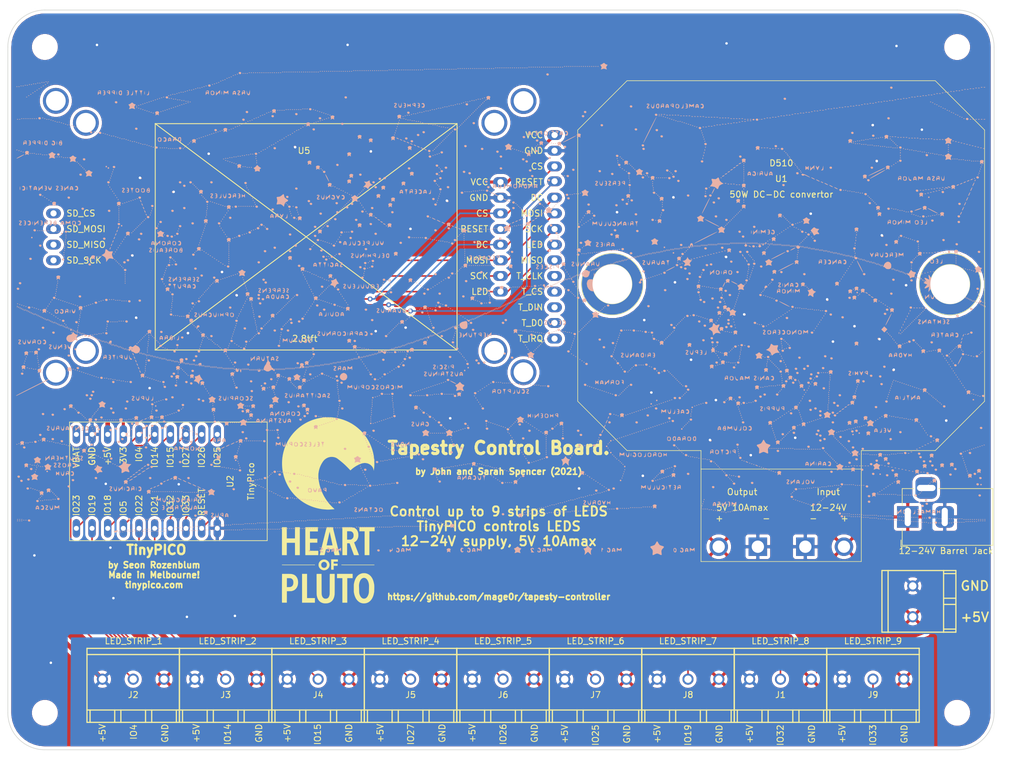
<source format=kicad_pcb>
(kicad_pcb (version 20171130) (host pcbnew "(5.1.10)-1")
  (layers (0 F.Cu signal) (31 B.Cu signal) (34 B.Paste user) (35 F.Paste user) (36 B.SilkS user) (37 F.SilkS user) (38 B.Mask user) (39 F.Mask user) (44 Edge.Cuts user))
  (net 0 "")
  (net 1 /IO21)
  (net 2 /IO22)
  (net 3 +3V3)
  (net 4 GND)
  (net 5 +5V)
  (net 6 /IO5)
  (net 7 /IO25)
  (net 8 /IO26)
  (net 9 /IO27)
  (net 10 /IO15)
  (net 11 /IO14)
  (net 12 /IO4)
  (net 13 /IO18)
  (net 14 /IO19)
  (net 15 /IO23)
  (net 16 "Net-(U2-Pad10)")
  (net 17 +24V)
  (net 18 /RESET)
  (net 19 /DC)
  (net 20 /CS_Disp)
  (net 21 "Net-(U5-Pad18)")
  (net 22 "Net-(U5-Pad17)")
  (net 23 "Net-(U5-Pad16)")
  (net 24 "Net-(U5-Pad15)")
  (net 25 "Net-(U5-Pad14)")
  (net 26 "Net-(U5-Pad13)")
  (net 27 "Net-(U5-Pad12)")
  (net 28 "Net-(U5-Pad11)")
  (net 29 "Net-(U5-Pad10)")
  (net 30 "Net-(U5-Pad9)")
  (module libs:p2035a-dinkle-3-way-5mm (layer F.Cu) (at 69.71 141.64)
    (fp_text reference J2 (at 5 2.54) (layer F.SilkS))
    (fp_text value LED_STRIP_1 (at 5.08 -6.19) (layer F.SilkS))
    (fp_text user GND (at 10.16 7.145 90) (layer F.SilkS) (effects (justify right)))
    (fp_text user IO4 (at 5.08 7.23 90) (layer F.SilkS) (effects (justify right)))
    (fp_text user +5V (at 0 7.145 90) (layer F.SilkS) (effects (justify right)))
    (pad 3 thru_hole circle (at 10 0) (size 1.8 1.8) (drill 1.2) (layers *.Cu *.Mask) (net 4 GND))
    (pad 2 thru_hole circle (at 5 0) (size 1.8 1.8) (drill 1.2) (layers *.Cu *.Mask) (net 12 /IO4))
    (pad 1 thru_hole circle (at 0 0) (size 1.8 1.8) (drill 1.2) (layers *.Cu *.Mask) (net 5 +5V))
  )
  (module libs:p2035a-dinkle-3-way-5mm (layer F.Cu) (at 84.71 141.64)
    (fp_text reference J3 (at 5 2.54) (layer F.SilkS))
    (fp_text value LED_STRIP_2 (at 5.32 -6.19) (layer F.SilkS))
    (fp_text user GND (at 10.4 7.145 90) (layer F.SilkS) (effects (justify right)))
    (fp_text user IO14 (at 5.32 7.145 90) (layer F.SilkS) (effects (justify right)))
    (fp_text user +5V (at 0.24 7.145 90) (layer F.SilkS) (effects (justify right)))
    (pad 3 thru_hole circle (at 10 0) (size 1.8 1.8) (drill 1.2) (layers *.Cu *.Mask) (net 4 GND))
    (pad 2 thru_hole circle (at 5 0) (size 1.8 1.8) (drill 1.2) (layers *.Cu *.Mask) (net 11 /IO14))
    (pad 1 thru_hole circle (at 0 0) (size 1.8 1.8) (drill 1.2) (layers *.Cu *.Mask) (net 5 +5V))
  )
  (module libs:p2035a-dinkle-3-way-5mm (layer F.Cu) (at 99.71 141.64)
    (fp_text reference J4 (at 5 2.54) (layer F.SilkS))
    (fp_text value LED_STRIP_3 (at 5 -6.19) (layer F.SilkS))
    (fp_text user GND (at 10.005 7.145 90) (layer F.SilkS) (effects (justify right)))
    (fp_text user IO15 (at 4.925 7.145 90) (layer F.SilkS) (effects (justify right)))
    (fp_text user +5V (at 0 7.145 270) (layer F.SilkS) (effects (justify right)))
    (pad 3 thru_hole circle (at 10 0) (size 1.8 1.8) (drill 1.2) (layers *.Cu *.Mask) (net 4 GND))
    (pad 2 thru_hole circle (at 5 0) (size 1.8 1.8) (drill 1.2) (layers *.Cu *.Mask) (net 10 /IO15))
    (pad 1 thru_hole circle (at 0 0) (size 1.8 1.8) (drill 1.2) (layers *.Cu *.Mask) (net 5 +5V))
  )
  (module libs:p2035a-dinkle-3-way-5mm (layer F.Cu) (at 114.71 141.64)
    (fp_text reference J5 (at 5 2.54) (layer F.SilkS))
    (fp_text value LED_STRIP_4 (at 5 -6.19) (layer F.SilkS))
    (fp_text user GND (at 10.118 7.145 90) (layer F.SilkS) (effects (justify right)))
    (fp_text user IO27 (at 5.038 7.145 90) (layer F.SilkS) (effects (justify right)))
    (fp_text user +5V (at 0.085 7.145 90) (layer F.SilkS) (effects (justify right)))
    (pad 3 thru_hole circle (at 10 0) (size 1.8 1.8) (drill 1.2) (layers *.Cu *.Mask) (net 4 GND))
    (pad 2 thru_hole circle (at 5 0) (size 1.8 1.8) (drill 1.2) (layers *.Cu *.Mask) (net 9 /IO27))
    (pad 1 thru_hole circle (at 0 0) (size 1.8 1.8) (drill 1.2) (layers *.Cu *.Mask) (net 5 +5V))
  )
  (module libs:p2035a-dinkle-3-way-5mm (layer F.Cu) (at 129.71 141.64)
    (fp_text reference J6 (at 5 2.54) (layer F.SilkS))
    (fp_text value LED_STRIP_5 (at 5 -6.19) (layer F.SilkS))
    (fp_text user GND (at 10.104 7.145 90) (layer F.SilkS) (effects (justify right)))
    (fp_text user IO26 (at 5.024 7.145 90) (layer F.SilkS) (effects (justify right)))
    (fp_text user +5V (at 0 7.145 90) (layer F.SilkS) (effects (justify right)))
    (pad 3 thru_hole circle (at 10 0) (size 1.8 1.8) (drill 1.2) (layers *.Cu *.Mask) (net 4 GND))
    (pad 2 thru_hole circle (at 5 0) (size 1.8 1.8) (drill 1.2) (layers *.Cu *.Mask) (net 8 /IO26))
    (pad 1 thru_hole circle (at 0 0) (size 1.8 1.8) (drill 1.2) (layers *.Cu *.Mask) (net 5 +5V))
  )
  (module libs:p2035a-dinkle-3-way-5mm (layer F.Cu) (at 144.71 141.64)
    (fp_text reference J7 (at 5 2.54) (layer F.SilkS))
    (fp_text value LED_STRIP_6 (at 5.01 -6.19) (layer F.SilkS))
    (fp_text user +5V (at 0 7.272 90) (layer F.SilkS) (effects (justify right)))
    (fp_text user IO25 (at 5.01 7.272 90) (layer F.SilkS) (effects (justify right)))
    (fp_text user GND (at 10.09 7.272 90) (layer F.SilkS) (effects (justify right)))
    (pad 3 thru_hole circle (at 10 0) (size 1.8 1.8) (drill 1.2) (layers *.Cu *.Mask) (net 4 GND))
    (pad 2 thru_hole circle (at 5 0) (size 1.8 1.8) (drill 1.2) (layers *.Cu *.Mask) (net 7 /IO25))
    (pad 1 thru_hole circle (at 0 0) (size 1.8 1.8) (drill 1.2) (layers *.Cu *.Mask) (net 5 +5V))
  )
  (module libs:p2035a-dinkle-3-way-5mm (layer F.Cu) (at 159.71 141.64)
    (fp_text reference J8 (at 5 2.54) (layer F.SilkS))
    (fp_text value LED_STRIP_7 (at 5 -6.19) (layer F.SilkS))
    (fp_text user GND (at 10.076 7.272 90) (layer F.SilkS) (effects (justify right)))
    (fp_text user IO19 (at 4.996 7.272 90) (layer F.SilkS) (effects (justify right)))
    (fp_text user +5V (at 0 7.272 90) (layer F.SilkS) (effects (justify right)))
    (pad 3 thru_hole circle (at 10 0) (size 1.8 1.8) (drill 1.2) (layers *.Cu *.Mask) (net 4 GND))
    (pad 2 thru_hole circle (at 5 0) (size 1.8 1.8) (drill 1.2) (layers *.Cu *.Mask) (net 14 /IO19))
    (pad 1 thru_hole circle (at 0 0) (size 1.8 1.8) (drill 1.2) (layers *.Cu *.Mask) (net 5 +5V))
  )
  (module libs:p2035a-dinkle-3-way-5mm (layer F.Cu) (at 174.71 141.64)
    (fp_text reference J1 (at 5 2.54) (layer F.SilkS))
    (fp_text value LED_STRIP_8 (at 5 -6.19) (layer F.SilkS))
    (fp_text user GND (at 10.076 7.272 90) (layer F.SilkS) (effects (justify right)))
    (fp_text user IO32 (at 4.996 7.272 90) (layer F.SilkS) (effects (justify right)))
    (fp_text user +5V (at 0 7.272 90) (layer F.SilkS) (effects (justify right)))
    (pad 3 thru_hole circle (at 10 0) (size 1.8 1.8) (drill 1.2) (layers *.Cu *.Mask) (net 4 GND))
    (pad 2 thru_hole circle (at 5 0) (size 1.8 1.8) (drill 1.2) (layers *.Cu *.Mask) (net 2 /IO22))
    (pad 1 thru_hole circle (at 0 0) (size 1.8 1.8) (drill 1.2) (layers *.Cu *.Mask) (net 5 +5V))
  )
  (module libs:p2035a-dinkle-3-way-5mm (layer F.Cu) (at 189.72 141.63)
    (fp_text reference J9 (at 5 2.54) (layer F.SilkS))
    (fp_text value LED_STRIP_9 (at 5 -6.18) (layer F.SilkS))
    (fp_text user GND (at 10.076 7.272 90) (layer F.SilkS) (effects (justify right)))
    (fp_text user IO33 (at 4.996 7.272 90) (layer F.SilkS) (effects (justify right)))
    (fp_text user +5V (at 0 7.272 90) (layer F.SilkS) (effects (justify right)))
    (pad 3 thru_hole circle (at 10 0) (size 1.8 1.8) (drill 1.2) (layers *.Cu *.Mask) (net 4 GND))
    (pad 2 thru_hole circle (at 5 0) (size 1.8 1.8) (drill 1.2) (layers *.Cu *.Mask) (net 1 /IO21))
    (pad 1 thru_hole circle (at 0 0) (size 1.8 1.8) (drill 1.2) (layers *.Cu *.Mask) (net 5 +5V))
  )
  (module libs:p2034a-dinkle-2-way-5mm (layer F.Cu) (at 201.17 131.510001 90)
    (fp_text reference J12 hide)
    (fp_text value +5V (at -0.08 7.62 180) (layer F.SilkS) (effects (font (size 1.5 1.5) (thickness 0.25)) (justify left)))
    (fp_text user GND (at 5 7.62) (layer F.SilkS) (effects (font (size 1.5 1.5) (thickness 0.25)) (justify left)))
    (pad 2 thru_hole circle (at 5 0 90) (size 1.8 1.8) (drill 1.2) (layers *.Cu *.Mask) (net 4 GND))
    (pad 1 thru_hole circle (at 0 0 90) (size 1.8 1.8) (drill 1.2) (layers *.Cu *.Mask) (net 5 +5V))
  )
  (module libs:TinyPico (layer F.Cu) (at 88.35 101.93 270)
    (fp_text reference U2 (at 7.62 -2.1 90) (layer F.SilkS))
    (fp_text value TinyPico (at 7.63 -5.47 90) (layer F.SilkS))
    (fp_text user IO23 (at 13.335 22.86 90) (layer F.SilkS) (effects (justify left)))
    (fp_text user IO19 (at 13.335 20.32 90) (layer F.SilkS) (effects (justify left)))
    (fp_text user IO18 (at 13.335 17.78 90) (layer F.SilkS) (effects (justify left)))
    (fp_text user IO5 (at 13.335 15.24 90) (layer F.SilkS) (effects (justify left)))
    (fp_text user IO22 (at 13.335 12.7 90) (layer F.SilkS) (effects (justify left)))
    (fp_text user IO21 (at 13.335 10.16 90) (layer F.SilkS) (effects (justify left)))
    (fp_text user IO32 (at 13.335 7.62 90) (layer F.SilkS) (effects (justify left)))
    (fp_text user IO33 (at 13.335 5.08 90) (layer F.SilkS) (effects (justify left)))
    (fp_text user RESET (at 13.335 2.54 90) (layer F.SilkS) (effects (justify left)))
    (fp_text user GND (at 1.905 20.32 90) (layer F.SilkS) (effects (justify right)))
    (fp_text user VBAT (at 1.905 22.86 90) (layer F.SilkS) (effects (justify right)))
    (fp_text user GND (at 1.905 20.32 90) (layer F.SilkS) (effects (justify right)))
    (fp_text user +5V (at 1.905 17.78 90) (layer F.SilkS) (effects (justify right)))
    (fp_text user +3V3 (at 1.905 15.24 90) (layer F.SilkS) (effects (justify right)))
    (fp_text user IO4 (at 1.905 12.7 90) (layer F.SilkS) (effects (justify right)))
    (fp_text user IO14 (at 1.905 10.16 90) (layer F.SilkS) (effects (justify right)))
    (fp_text user IO15 (at 1.905 7.62 90) (layer F.SilkS) (effects (justify right)))
    (fp_text user IO27 (at 1.905 5.08 90) (layer F.SilkS) (effects (justify right)))
    (fp_text user IO26 (at 1.905 2.54 90) (layer F.SilkS) (effects (justify right)))
    (fp_text user IO25 (at 1.905 0 90) (layer F.SilkS) (effects (justify right)))
    (pad 20 thru_hole oval (at 15.24 0 180) (size 1.2 3) (drill 0.8) (layers *.Cu *.Mask) (net 4 GND))
    (pad 1 thru_hole oval (at 0 0 180) (size 1.2 3) (drill 0.8) (layers *.Cu *.Mask) (net 7 /IO25))
    (pad 19 thru_hole oval (at 15.24 2.54 180) (size 1.2 3) (drill 0.8) (layers *.Cu *.Mask) (net 18 /RESET))
    (pad 2 thru_hole oval (at 0 2.54 180) (size 1.2 3) (drill 0.8) (layers *.Cu *.Mask) (net 8 /IO26))
    (pad 18 thru_hole oval (at 15.24 5.08 180) (size 1.2 3) (drill 0.8) (layers *.Cu *.Mask) (net 19 /DC))
    (pad 3 thru_hole oval (at 0 5.08 180) (size 1.2 3) (drill 0.8) (layers *.Cu *.Mask) (net 9 /IO27))
    (pad 17 thru_hole oval (at 15.24 7.62 180) (size 1.2 3) (drill 0.8) (layers *.Cu *.Mask) (net 20 /CS_Disp))
    (pad 4 thru_hole oval (at 0 7.62 180) (size 1.2 3) (drill 0.8) (layers *.Cu *.Mask) (net 10 /IO15))
    (pad 16 thru_hole oval (at 15.24 10.16 180) (size 1.2 3) (drill 0.8) (layers *.Cu *.Mask) (net 1 /IO21))
    (pad 5 thru_hole oval (at 0 10.16 180) (size 1.2 3) (drill 0.8) (layers *.Cu *.Mask) (net 11 /IO14))
    (pad 15 thru_hole oval (at 15.24 12.7 180) (size 1.2 3) (drill 0.8) (layers *.Cu *.Mask) (net 2 /IO22))
    (pad 6 thru_hole oval (at 0 12.7 180) (size 1.2 3) (drill 0.8) (layers *.Cu *.Mask) (net 12 /IO4))
    (pad 14 thru_hole oval (at 15.24 15.24 180) (size 1.2 3) (drill 0.8) (layers *.Cu *.Mask) (net 6 /IO5))
    (pad 7 thru_hole oval (at 0 15.24 180) (size 1.2 3) (drill 0.8) (layers *.Cu *.Mask) (net 3 +3V3))
    (pad 13 thru_hole oval (at 15.24 17.78 180) (size 1.2 3) (drill 0.8) (layers *.Cu *.Mask) (net 13 /IO18))
    (pad 8 thru_hole oval (at 0 17.78 180) (size 1.2 3) (drill 0.8) (layers *.Cu *.Mask) (net 5 +5V))
    (pad 12 thru_hole oval (at 15.24 20.32 180) (size 1.2 3) (drill 0.8) (layers *.Cu *.Mask) (net 14 /IO19))
    (pad 9 thru_hole oval (at 0 20.32 180) (size 1.2 3) (drill 0.8) (layers *.Cu *.Mask) (net 4 GND))
    (pad 11 thru_hole oval (at 15.24 22.86 180) (size 1.2 3) (drill 0.8) (layers *.Cu *.Mask) (net 15 /IO23))
    (pad 10 thru_hole oval (at 0 22.86 180) (size 1.2 3) (drill 0.8) (layers *.Cu *.Mask) (net 16 "Net-(U2-Pad10)"))
  )
  (module libs:daygreen-d510 (layer F.Cu) (at 179.85 76.97)
    (fp_text reference U1 (at 0 -16.51) (layer F.SilkS))
    (fp_text value D510 (at 0 -19.05) (layer F.SilkS))
    (fp_text user Output (at -6.35 34.29) (layer F.SilkS))
    (fp_text user Input (at 7.62 34.29) (layer F.SilkS))
    (fp_text user + (at 10.27 38.57) (layer F.SilkS))
    (fp_text user + (at -10.05 38.57) (layer F.SilkS))
    (fp_text user - (at -2.43 38.57) (layer F.SilkS))
    (fp_text user - (at 5.19 38.57) (layer F.SilkS))
    (fp_text user 12-24V (at 7.62 36.83) (layer F.SilkS))
    (fp_text user "5V 10Amax" (at -6.35 36.83) (layer F.SilkS))
    (fp_text user "50W DC-DC convertor" (at 0 -13.97) (layer F.SilkS))
    (pad 4 thru_hole circle (at 10.16 43.18) (size 3 3) (drill 2) (layers *.Cu *.Mask) (net 17 +24V))
    (pad 3 thru_hole rect (at 3.89 43.18) (size 3 3) (drill 2) (layers *.Cu *.Mask) (net 4 GND))
    (pad 2 thru_hole rect (at -3.81 43.18) (size 3 3) (drill 2) (layers *.Cu *.Mask) (net 4 GND))
    (pad 1 thru_hole circle (at -10.16 43.18) (size 3 3) (drill 2) (layers *.Cu *.Mask) (net 5 +5V))
    (pad "" np_thru_hole circle (at -27.43 0.58) (size 10 10) (drill 6.4) (layers *.Cu *.Mask))
    (pad "" np_thru_hole circle (at 27.37 0.61) (size 10 10) (drill 6.4) (layers *.Cu *.Mask))
  )
  (module libs:SPI_Screen_320_x_240_dual (layer F.Cu) (at 134.29 69.88)
    (fp_text reference U5 (at -31.87 -13.97 -180) (layer F.SilkS))
    (fp_text value 2.8tft (at -31.75 16.51) (layer F.SilkS))
    (fp_text user SD_MISO (at -70.5 1.27) (layer F.SilkS) (effects (justify left)))
    (fp_text user SD_SCK (at -70.5 3.81) (layer F.SilkS) (effects (justify left)))
    (fp_text user SD_MOSI (at -70.5 -1.27) (layer F.SilkS) (effects (justify left)))
    (fp_text user SD_CS (at -70.5 -3.81) (layer F.SilkS) (effects (justify left)))
    (fp_text user CS (at -1.89 -3.81) (layer F.SilkS) (effects (justify right)))
    (fp_text user VCC (at -1.89 -8.89) (layer F.SilkS) (effects (justify right)))
    (fp_text user GND (at -1.89 -6.35) (layer F.SilkS) (effects (justify right)))
    (fp_text user RESET (at -1.89 -1.27) (layer F.SilkS) (effects (justify right)))
    (fp_text user DC (at -1.89 1.27) (layer F.SilkS) (effects (justify right)))
    (fp_text user MOSI (at -1.89 3.81) (layer F.SilkS) (effects (justify right)))
    (fp_text user SCK (at -1.89 6.35) (layer F.SilkS) (effects (justify right)))
    (fp_text user LED (at -1.89 8.89) (layer F.SilkS) (effects (justify right)))
    (fp_text user VCC (at 7 -16.51) (layer F.SilkS) (effects (justify right)))
    (fp_text user GND (at 7 -13.97) (layer F.SilkS) (effects (justify right)))
    (fp_text user CS (at 7 -11.43) (layer F.SilkS) (effects (justify right)))
    (fp_text user RESET (at 7 -8.89) (layer F.SilkS) (effects (justify right)))
    (fp_text user DC (at 7 -6.35) (layer F.SilkS) (effects (justify right)))
    (fp_text user MOSI (at 7 -3.81) (layer F.SilkS) (effects (justify right)))
    (fp_text user SCK (at 7 -1.27) (layer F.SilkS) (effects (justify right)))
    (fp_text user LED (at 7 1.27) (layer F.SilkS) (effects (justify right)))
    (fp_text user MISO (at 7 3.81) (layer F.SilkS) (effects (justify right)))
    (fp_text user T_CLK (at 7 6.35) (layer F.SilkS) (effects (justify right)))
    (fp_text user T_CS (at 7 8.89) (layer F.SilkS) (effects (justify right)))
    (fp_text user T_DIN (at 7 11.43) (layer F.SilkS) (effects (justify right)))
    (fp_text user T_D0 (at 7 13.97) (layer F.SilkS) (effects (justify right)))
    (fp_text user T_IRQ (at 7 16.51) (layer F.SilkS) (effects (justify right)))
    (pad 18 thru_hole oval (at -72.51 3.81) (size 2.4 1.6) (drill 1) (layers *.Cu *.Mask) (net 21 "Net-(U5-Pad18)"))
    (pad 17 thru_hole oval (at -72.51 1.27) (size 2.4 1.6) (drill 1) (layers *.Cu *.Mask) (net 22 "Net-(U5-Pad17)"))
    (pad 16 thru_hole oval (at -72.51 -1.27) (size 2.4 1.6) (drill 1) (layers *.Cu *.Mask) (net 23 "Net-(U5-Pad16)"))
    (pad 15 thru_hole oval (at -72.51 -3.81) (size 2.4 1.6) (drill 1) (layers *.Cu *.Mask) (net 24 "Net-(U5-Pad15)"))
    (pad 14 thru_hole oval (at 8.77 16.51) (size 2.4 1.6) (drill 1) (layers *.Cu *.Mask) (net 25 "Net-(U5-Pad14)"))
    (pad 13 thru_hole oval (at 8.77 13.97) (size 2.4 1.6) (drill 1) (layers *.Cu *.Mask) (net 26 "Net-(U5-Pad13)"))
    (pad 12 thru_hole oval (at 8.77 11.43) (size 2.4 1.6) (drill 1) (layers *.Cu *.Mask) (net 27 "Net-(U5-Pad12)"))
    (pad 11 thru_hole oval (at 8.77 8.89) (size 2.4 1.6) (drill 1) (layers *.Cu *.Mask) (net 28 "Net-(U5-Pad11)"))
    (pad 10 thru_hole oval (at 8.77 6.35) (size 2.4 1.6) (drill 1) (layers *.Cu *.Mask) (net 29 "Net-(U5-Pad10)"))
    (pad 9 thru_hole oval (at 8.77 3.81) (size 2.4 1.6) (drill 1) (layers *.Cu *.Mask) (net 30 "Net-(U5-Pad9)"))
    (pad 8 thru_hole oval (at 8.77 1.27) (size 2.4 1.6) (drill 1) (layers *.Cu *.Mask) (net 6 /IO5))
    (pad 7 thru_hole oval (at 8.77 -1.27) (size 2.4 1.6) (drill 1) (layers *.Cu *.Mask) (net 13 /IO18))
    (pad 6 thru_hole oval (at 8.77 -3.81) (size 2.4 1.6) (drill 1) (layers *.Cu *.Mask) (net 15 /IO23))
    (pad 5 thru_hole oval (at 8.77 -6.35) (size 2.4 1.6) (drill 1) (layers *.Cu *.Mask) (net 19 /DC))
    (pad 4 thru_hole oval (at 8.77 -9.01) (size 2.4 1.6) (drill 1) (layers *.Cu *.Mask) (net 18 /RESET))
    (pad 3 thru_hole oval (at 8.77 -11.43) (size 2.4 1.6) (drill 1) (layers *.Cu *.Mask) (net 20 /CS_Disp))
    (pad 2 thru_hole oval (at 8.77 -13.97) (size 2.4 1.6) (drill 1) (layers *.Cu *.Mask) (net 4 GND))
    (pad 1 thru_hole oval (at 8.77 -16.51) (size 2.4 1.6) (drill 1) (layers *.Cu *.Mask) (net 3 +3V3))
    (pad "" np_thru_hole circle (at -0.99 -18.5) (size 4.2 4.2) (drill 3.2) (layers *.Cu *.Mask))
    (pad "" np_thru_hole circle (at 3.74 -22.03) (size 4.2 4.2) (drill 3.2) (layers *.Cu *.Mask))
    (pad "" np_thru_hole circle (at -1 18.5) (size 4.2 4.2) (drill 3.2) (layers *.Cu *.Mask))
    (pad "" np_thru_hole circle (at 3.73 21.97) (size 4.2 4.2) (drill 3.2) (layers *.Cu *.Mask))
    (pad "" np_thru_hole circle (at -72.13 22.04) (size 4.2 4.2) (drill 3.2) (layers *.Cu *.Mask))
    (pad "" np_thru_hole circle (at -67.26 18.51) (size 4.2 4.2) (drill 3.2) (layers *.Cu *.Mask))
    (pad "" np_thru_hole circle (at -67.26 -18.5) (size 4.2 4.2) (drill 3.2) (layers *.Cu *.Mask))
    (pad "" np_thru_hole circle (at -72.13 -22.06) (size 4.2 4.2) (drill 3.2) (layers *.Cu *.Mask))
    (pad 8 thru_hole oval (at 0 8.89) (size 2.4 1.6) (drill 1) (layers *.Cu *.Mask) (net 6 /IO5))
    (pad 7 thru_hole oval (at 0 6.35) (size 2.4 1.6) (drill 1) (layers *.Cu *.Mask) (net 13 /IO18))
    (pad 6 thru_hole oval (at 0 3.81) (size 2.4 1.6) (drill 1) (layers *.Cu *.Mask) (net 15 /IO23))
    (pad 5 thru_hole oval (at 0 1.27) (size 2.4 1.6) (drill 1) (layers *.Cu *.Mask) (net 19 /DC))
    (pad 4 thru_hole oval (at 0 -1.27) (size 2.4 1.6) (drill 1) (layers *.Cu *.Mask) (net 18 /RESET))
    (pad 3 thru_hole oval (at 0 -3.81) (size 2.4 1.6) (drill 1) (layers *.Cu *.Mask) (net 20 /CS_Disp))
    (pad 2 thru_hole oval (at 0 -6.35) (size 2.4 1.6) (drill 1) (layers *.Cu *.Mask) (net 4 GND))
    (pad 1 thru_hole oval (at 0 -8.89) (size 2.4 1.6) (drill 1) (layers *.Cu *.Mask) (net 3 +3V3))
  )
  (module MountingHole:MountingHole_3.2mm_M3 (layer F.Cu) (at 208.37 147.090001)
    (fp_text reference H4 hide)
    (fp_text value MountingHole hide)
    (pad 1 np_thru_hole circle (at 0 0) (size 3.2 3.2) (drill 3.2) (layers *.Cu *.Mask))
  )
  (module MountingHole:MountingHole_3.2mm_M3 (layer F.Cu) (at 208.37 39.09)
    (fp_text reference H3 hide)
    (fp_text value MountingHole hide)
    (pad 1 np_thru_hole circle (at 0 0) (size 3.2 3.2) (drill 3.2) (layers *.Cu *.Mask))
  )
  (module MountingHole:MountingHole_3.2mm_M3 (layer F.Cu) (at 60.38 147.1)
    (fp_text reference H2 hide)
    (fp_text value MountingHole hide)
    (pad 1 np_thru_hole circle (at 0 0) (size 3.2 3.2) (drill 3.2) (layers *.Cu *.Mask))
  )
  (module MountingHole:MountingHole_3.2mm_M3 (layer F.Cu) (at 60.38 39.08)
    (fp_text reference H1 hide)
    (fp_text value MountingHole hide)
    (pad 1 np_thru_hole circle (at 0 0) (size 3.2 3.2) (drill 3.2) (layers *.Cu *.Mask))
  )
  (module libs:star-map-2 (layer B.Cu) (at 134.41 81.91 180)
    (fp_text reference G*** hide)
    (fp_text value LOGO hide)
  )
  (module libs:star-map-1 (layer B.Cu) (at 134.41 81.91 180)
    (fp_text reference G*** hide)
    (fp_text value LOGO hide)
  )
  (module libs:HoP_logo_large (layer F.Cu) (at 106.38 114.3)
    (fp_text reference U4 hide)
    (fp_text value HoP_Logo hide)
  )
  (module Connector_BarrelJack:BarrelJack_Horizontal (layer F.Cu) (at 200.36 115.32 180)
    (fp_text reference J11 hide)
    (fp_text value "12-24V Barrel Jack" (at -6.2 -5.5) (layer F.SilkS))
    (pad 3 thru_hole roundrect (at -3 4.7 180) (size 3.5 3.5) (drill oval 3 1) (layers *.Cu *.Mask))
    (pad 2 thru_hole roundrect (at -6 0 180) (size 3 3.5) (drill oval 1 3) (layers *.Cu *.Mask) (net 4 GND))
    (pad 1 thru_hole rect (at 0 0 180) (size 3.5 3.5) (drill oval 1 3) (layers *.Cu *.Mask) (net 17 +24V))
  )
  (gr_text "by Seon Rozenblum\nMade in Melbourne!\ntinypico.com" (at 78.1 124.73) (layer F.SilkS) (effects (font (size 1 1) (thickness 0.25))))
  (gr_text TinyPICO (at 78.46 120.66) (layer F.SilkS) (effects (font (size 1.5 1.5) (thickness 0.375))))
  (gr_arc (start 60.37 147.09) (end 54.37 147.09) (angle -90) (layer Edge.Cuts) (width 0.1))
  (gr_line (start 214.37 39.09) (end 214.37 147.090001) (layer Edge.Cuts) (width 0.1))
  (gr_arc (start 60.369999 39.09) (end 60.369999 33.090001) (angle -90) (layer Edge.Cuts) (width 0.1))
  (gr_arc (start 208.37 39.09) (end 214.37 39.09) (angle -90) (layer Edge.Cuts) (width 0.1))
  (gr_line (start 60.369999 33.09) (end 208.37 33.09) (layer Edge.Cuts) (width 0.1))
  (gr_line (start 208.37 153.09) (end 60.37 153.09) (layer Edge.Cuts) (width 0.1))
  (gr_arc (start 208.37 147.090001) (end 208.37 153.09) (angle -90) (layer Edge.Cuts) (width 0.1))
  (gr_line (start 54.37 147.09) (end 54.37 39.09) (layer Edge.Cuts) (width 0.1))
  (gr_text https://github.com/mage0r/tapesty-controller (at 134 128.27) (layer F.SilkS) (effects (font (size 1 1) (thickness 0.25))))
  (gr_text "by John and Sarah Spencer (2021)" (at 134 107.95) (layer F.SilkS) (effects (font (size 1 1) (thickness 0.25))))
  (gr_text "Tapestry Control Board." (at 134 104.14) (layer F.SilkS) (effects (font (size 2 2) (thickness 0.5))))
  (gr_text "Control up to 9 strips of LEDS\nTinyPICO controls LEDS\n12-24V supply, 5V 10Amax" (at 134 116.84) (layer F.SilkS) (effects (font (size 1.5 1.5) (thickness 0.3))))
  (segment (start 194.72 143.55) (end 194.72 141.63) (width 0.25) (layer F.Cu) (net 1))
  (segment (start 192.42 145.85) (end 194.72 143.55) (width 0.25) (layer F.Cu) (net 1))
  (segment (start 182.395001 142.685001) (end 185.56 145.85) (width 0.25) (layer F.Cu) (net 1))
  (segment (start 178.74638 136.27997) (end 182.395001 139.928591) (width 0.25) (layer F.Cu) (net 1))
  (segment (start 82.799969 136.27997) (end 178.74638 136.27997) (width 0.25) (layer F.Cu) (net 1))
  (segment (start 185.56 145.85) (end 192.42 145.85) (width 0.25) (layer F.Cu) (net 1))
  (segment (start 182.395001 139.928591) (end 182.395001 142.685001) (width 0.25) (layer F.Cu) (net 1))
  (segment (start 78.19 131.670001) (end 82.799969 136.27997) (width 0.25) (layer F.Cu) (net 1))
  (segment (start 78.19 117.17) (end 78.19 131.670001) (width 0.25) (layer F.Cu) (net 1))
  (segment (start 73.11 101.93) (end 73.11 80.73) (width 0.5) (layer F.Cu) (net 3))
  (segment (start 92.85 60.99) (end 134.29 60.99) (width 0.5) (layer F.Cu) (net 3))
  (segment (start 73.11 80.73) (end 92.85 60.99) (width 0.5) (layer F.Cu) (net 3))
  (segment (start 135.44 60.99) (end 143.06 53.37) (width 0.5) (layer F.Cu) (net 3))
  (segment (start 134.29 60.99) (end 135.44 60.99) (width 0.5) (layer F.Cu) (net 3))
  (segment (start 60.21 130.68) (end 60.21 99.68) (width 0.75) (layer F.Cu) (net 5))
  (segment (start 60.21 99.68) (end 61.99 97.9) (width 0.75) (layer F.Cu) (net 5))
  (segment (start 70.57 99.68) (end 70.57 101.93) (width 0.75) (layer F.Cu) (net 5))
  (segment (start 68.79 97.9) (end 70.57 99.68) (width 0.75) (layer F.Cu) (net 5))
  (segment (start 61.99 97.9) (end 68.79 97.9) (width 0.75) (layer F.Cu) (net 5))
  (segment (start 75.65 132.140001) (end 80.239979 136.72998) (width 0.25) (layer F.Cu) (net 2))
  (segment (start 75.65 117.17) (end 75.65 132.140001) (width 0.25) (layer F.Cu) (net 2))
  (segment (start 179.71 139.40996) (end 177.03002 136.72998) (width 0.25) (layer F.Cu) (net 2))
  (segment (start 179.71 141.64) (end 179.71 139.40996) (width 0.25) (layer F.Cu) (net 2))
  (segment (start 80.239979 136.72998) (end 177.03002 136.72998) (width 0.25) (layer F.Cu) (net 2))
  (via (at 71.5 128.49) (size 0.8) (drill 0.4) (layers F.Cu B.Cu) (net 4))
  (via (at 71.01 120.3) (size 0.8) (drill 0.4) (layers F.Cu B.Cu) (net 4))
  (via (at 61.35 138.98) (size 0.8) (drill 0.4) (layers F.Cu B.Cu) (net 4))
  (via (at 58.68 121.56) (size 0.8) (drill 0.4) (layers F.Cu B.Cu) (net 4))
  (via (at 83.42 131.53) (size 0.8) (drill 0.4) (layers F.Cu B.Cu) (net 4))
  (via (at 91.21 131.37) (size 0.8) (drill 0.4) (layers F.Cu B.Cu) (net 4))
  (via (at 68.83 38.75) (size 0.8) (drill 0.4) (layers F.Cu B.Cu) (net 4))
  (via (at 109.49 38.74) (size 0.8) (drill 0.4) (layers F.Cu B.Cu) (net 4))
  (via (at 170.96 38.5) (size 0.8) (drill 0.4) (layers F.Cu B.Cu) (net 4))
  (via (at 198.53 38.92) (size 0.8) (drill 0.4) (layers F.Cu B.Cu) (net 4))
  (via (at 77.38 94.41) (size 0.8) (drill 0.4) (layers F.Cu B.Cu) (net 4))
  (via (at 89.12 75.58) (size 0.8) (drill 0.4) (layers F.Cu B.Cu) (net 4))
  (via (at 70.26 109.95) (size 0.8) (drill 0.4) (layers F.Cu B.Cu) (net 4))
  (via (at 82.1 110.02) (size 0.8) (drill 0.4) (layers F.Cu B.Cu) (net 4))
  (via (at 162.6 77.25) (size 0.8) (drill 0.4) (layers F.Cu B.Cu) (net 4))
  (via (at 173.82 82.46) (size 0.8) (drill 0.4) (layers F.Cu B.Cu) (net 4))
  (via (at 187.28 80.02) (size 0.8) (drill 0.4) (layers F.Cu B.Cu) (net 4))
  (via (at 196.15 69.63) (size 0.8) (drill 0.4) (layers F.Cu B.Cu) (net 4))
  (via (at 184.63 66.13) (size 0.8) (drill 0.4) (layers F.Cu B.Cu) (net 4))
  (via (at 195.33 57.6) (size 0.8) (drill 0.4) (layers F.Cu B.Cu) (net 4))
  (via (at 162.34 63.46) (size 0.8) (drill 0.4) (layers F.Cu B.Cu) (net 4))
  (via (at 195.78 86.48) (size 0.8) (drill 0.4) (layers F.Cu B.Cu) (net 4))
  (via (at 198.09 91.43) (size 0.8) (drill 0.4) (layers F.Cu B.Cu) (net 4))
  (via (at 200.1 77.73) (size 0.8) (drill 0.4) (layers F.Cu B.Cu) (net 4))
  (via (at 188.23 86.87) (size 0.8) (drill 0.4) (layers F.Cu B.Cu) (net 4))
  (via (at 165.21 89.82) (size 0.8) (drill 0.4) (layers F.Cu B.Cu) (net 4))
  (via (at 153.19 65.88) (size 0.8) (drill 0.4) (layers F.Cu B.Cu) (net 4))
  (via (at 182.1 102.48) (size 0.8) (drill 0.4) (layers F.Cu B.Cu) (net 4))
  (via (at 174.9 105.3) (size 0.8) (drill 0.4) (layers F.Cu B.Cu) (net 4))
  (via (at 206.6 99.7) (size 0.8) (drill 0.4) (layers F.Cu B.Cu) (net 4))
  (via (at 191.72 84.37) (size 0.8) (drill 0.4) (layers F.Cu B.Cu) (net 4))
  (via (at 169.23 96.36) (size 0.8) (drill 0.4) (layers F.Cu B.Cu) (net 4))
  (via (at 168.27 102.83) (size 0.8) (drill 0.4) (layers F.Cu B.Cu) (net 4))
  (via (at 158.77 95.14) (size 0.8) (drill 0.4) (layers F.Cu B.Cu) (net 4))
  (via (at 157.61 83.38) (size 0.8) (drill 0.4) (layers F.Cu B.Cu) (net 4))
  (via (at 170.9 73.15) (size 0.8) (drill 0.4) (layers F.Cu B.Cu) (net 4))
  (via (at 86.96 56.4) (size 0.8) (drill 0.4) (layers F.Cu B.Cu) (net 4))
  (via (at 81.28 62.58) (size 0.8) (drill 0.4) (layers F.Cu B.Cu) (net 4))
  (via (at 75.8 60.3) (size 0.8) (drill 0.4) (layers F.Cu B.Cu) (net 4))
  (via (at 113.27 56.01) (size 0.8) (drill 0.4) (layers F.Cu B.Cu) (net 4))
  (via (at 119.69 68.59) (size 0.8) (drill 0.4) (layers F.Cu B.Cu) (net 4))
  (via (at 125.59 64.01) (size 0.8) (drill 0.4) (layers F.Cu B.Cu) (net 4))
  (via (at 114.05 85.18) (size 0.8) (drill 0.4) (layers F.Cu B.Cu) (net 4))
  (via (at 118.9 84.6) (size 0.8) (drill 0.4) (layers F.Cu B.Cu) (net 4))
  (via (at 83.6 85.49) (size 0.8) (drill 0.4) (layers F.Cu B.Cu) (net 4))
  (via (at 75.18 82.99) (size 0.8) (drill 0.4) (layers F.Cu B.Cu) (net 4))
  (via (at 91.5 79.37) (size 0.8) (drill 0.4) (layers F.Cu B.Cu) (net 4))
  (via (at 100.98 55.34) (size 0.8) (drill 0.4) (layers F.Cu B.Cu) (net 4))
  (via (at 157.38 108.64) (size 0.8) (drill 0.4) (layers F.Cu B.Cu) (net 4))
  (via (at 126.14 99.32) (size 0.8) (drill 0.4) (layers F.Cu B.Cu) (net 4))
  (via (at 147.05 110.71) (size 0.8) (drill 0.4) (layers F.Cu B.Cu) (net 4))
  (via (at 194.69 51.75) (size 0.8) (drill 0.4) (layers F.Cu B.Cu) (net 4))
  (via (at 202.65 52.5) (size 0.8) (drill 0.4) (layers F.Cu B.Cu) (net 4))
  (via (at 74.58 72.91) (size 0.8) (drill 0.4) (layers F.Cu B.Cu) (net 4))
  (segment (start 60.21 132.14) (end 69.71 141.64) (width 0.75) (layer F.Cu) (net 5))
  (segment (start 60.21 130.68) (end 60.21 132.14) (width 0.75) (layer F.Cu) (net 5))
  (segment (start 135.44 78.77) (end 143.06 71.15) (width 0.25) (layer F.Cu) (net 6))
  (segment (start 134.29 78.77) (end 135.44 78.77) (width 0.25) (layer F.Cu) (net 6))
  (segment (start 100.36 78.77) (end 134.29 78.77) (width 0.25) (layer F.Cu) (net 6))
  (segment (start 93.06002 86.06998) (end 100.36 78.77) (width 0.25) (layer F.Cu) (net 6))
  (segment (start 93.06002 107.33357) (end 93.06002 86.06998) (width 0.25) (layer F.Cu) (net 6))
  (segment (start 87.1636 113.22999) (end 93.06002 107.33357) (width 0.25) (layer F.Cu) (net 6))
  (segment (start 76.6036 113.22999) (end 87.1636 113.22999) (width 0.25) (layer F.Cu) (net 6))
  (segment (start 73.11 116.72359) (end 76.6036 113.22999) (width 0.25) (layer F.Cu) (net 6))
  (segment (start 73.11 117.17) (end 73.11 116.72359) (width 0.25) (layer F.Cu) (net 6))
  (segment (start 88.35 101.93) (end 82.26995 108.01005) (width 0.25) (layer F.Cu) (net 7))
  (segment (start 82.26995 108.01005) (end 65.99995 108.01005) (width 0.25) (layer F.Cu) (net 7))
  (segment (start 64.56499 109.44501) (end 64.56499 126.09499) (width 0.25) (layer F.Cu) (net 7))
  (segment (start 65.99995 108.01005) (end 64.56499 109.44501) (width 0.25) (layer F.Cu) (net 7))
  (segment (start 64.56499 126.09499) (end 76.1 137.63) (width 0.25) (layer F.Cu) (net 7))
  (segment (start 145.7 137.63) (end 145.18 137.63) (width 0.25) (layer F.Cu) (net 7))
  (segment (start 149.71 141.64) (end 145.7 137.63) (width 0.25) (layer F.Cu) (net 7))
  (segment (start 76.1 137.63) (end 145.18 137.63) (width 0.25) (layer F.Cu) (net 7))
  (segment (start 85.81 101.93) (end 80.17996 107.56004) (width 0.25) (layer F.Cu) (net 8))
  (segment (start 65.81355 107.56004) (end 66.37996 107.56004) (width 0.25) (layer F.Cu) (net 8))
  (segment (start 64.114981 109.258609) (end 65.81355 107.56004) (width 0.25) (layer F.Cu) (net 8))
  (segment (start 75.913599 138.080009) (end 64.11498 126.28139) (width 0.25) (layer F.Cu) (net 8))
  (segment (start 64.11498 126.28139) (end 64.114981 109.258609) (width 0.25) (layer F.Cu) (net 8))
  (segment (start 80.17996 107.56004) (end 66.37996 107.56004) (width 0.25) (layer F.Cu) (net 8))
  (segment (start 131.150009 138.080009) (end 130.119991 138.080009) (width 0.25) (layer F.Cu) (net 8))
  (segment (start 134.71 141.64) (end 131.150009 138.080009) (width 0.25) (layer F.Cu) (net 8))
  (segment (start 130.119991 138.080009) (end 75.913599 138.080009) (width 0.25) (layer F.Cu) (net 8))
  (segment (start 83.27 101.93) (end 78.08997 107.11003) (width 0.25) (layer F.Cu) (net 9))
  (segment (start 65.62715 107.11003) (end 66.54997 107.11003) (width 0.25) (layer F.Cu) (net 9))
  (segment (start 63.664972 109.072208) (end 65.62715 107.11003) (width 0.25) (layer F.Cu) (net 9))
  (segment (start 63.664971 126.467789) (end 63.664972 109.072208) (width 0.25) (layer F.Cu) (net 9))
  (segment (start 75.727198 138.530018) (end 63.664971 126.467789) (width 0.25) (layer F.Cu) (net 9))
  (segment (start 78.08997 107.11003) (end 66.54997 107.11003) (width 0.25) (layer F.Cu) (net 9))
  (segment (start 119.71 141.64) (end 116.600019 138.530019) (width 0.25) (layer F.Cu) (net 9))
  (segment (start 116.600019 138.530019) (end 116.090019 138.530019) (width 0.25) (layer F.Cu) (net 9))
  (segment (start 116.090019 138.530019) (end 75.727198 138.530018) (width 0.25) (layer F.Cu) (net 9))
  (segment (start 80.73 101.93) (end 75.99998 106.66002) (width 0.25) (layer F.Cu) (net 10))
  (segment (start 63.214963 108.885807) (end 65.44075 106.66002) (width 0.25) (layer F.Cu) (net 10))
  (segment (start 63.214962 126.654188) (end 63.214963 108.885807) (width 0.25) (layer F.Cu) (net 10))
  (segment (start 75.540797 138.980027) (end 63.214962 126.654188) (width 0.25) (layer F.Cu) (net 10))
  (segment (start 65.44075 106.66002) (end 66.11998 106.66002) (width 0.25) (layer F.Cu) (net 10))
  (segment (start 75.99998 106.66002) (end 66.11998 106.66002) (width 0.25) (layer F.Cu) (net 10))
  (segment (start 102.050027 138.980027) (end 101.539973 138.980027) (width 0.25) (layer F.Cu) (net 10))
  (segment (start 104.71 141.64) (end 102.050027 138.980027) (width 0.25) (layer F.Cu) (net 10))
  (segment (start 101.539973 138.980027) (end 75.540797 138.980027) (width 0.25) (layer F.Cu) (net 10))
  (segment (start 74.4614 103.75501) (end 72.0064 106.21001) (width 0.25) (layer F.Cu) (net 11))
  (segment (start 76.36499 103.75501) (end 74.4614 103.75501) (width 0.25) (layer F.Cu) (net 11))
  (segment (start 78.19 101.93) (end 76.36499 103.75501) (width 0.25) (layer F.Cu) (net 11))
  (segment (start 65.25435 106.21001) (end 65.60001 106.21001) (width 0.25) (layer F.Cu) (net 11))
  (segment (start 62.764953 126.840587) (end 62.764954 108.699406) (width 0.25) (layer F.Cu) (net 11))
  (segment (start 75.354396 139.430036) (end 62.764953 126.840587) (width 0.25) (layer F.Cu) (net 11))
  (segment (start 62.764954 108.699406) (end 65.25435 106.21001) (width 0.25) (layer F.Cu) (net 11))
  (segment (start 72.0064 106.21001) (end 65.60001 106.21001) (width 0.25) (layer F.Cu) (net 11))
  (segment (start 89.71 141.64) (end 87.500036 139.430036) (width 0.25) (layer F.Cu) (net 11))
  (segment (start 87.500036 139.430036) (end 86.599964 139.430036) (width 0.25) (layer F.Cu) (net 11))
  (segment (start 86.599964 139.430036) (end 75.354396 139.430036) (width 0.25) (layer F.Cu) (net 11))
  (segment (start 62.314945 108.513005) (end 62.314944 127.026988) (width 0.25) (layer F.Cu) (net 12))
  (segment (start 65.06795 105.76) (end 62.314945 108.513005) (width 0.25) (layer F.Cu) (net 12))
  (segment (start 71.82 105.76) (end 65.06795 105.76) (width 0.25) (layer F.Cu) (net 12))
  (segment (start 75.65 101.93) (end 71.82 105.76) (width 0.25) (layer F.Cu) (net 12))
  (segment (start 74.71 141.64) (end 62.31 129.24) (width 0.25) (layer F.Cu) (net 12))
  (segment (start 62.31 127.031932) (end 62.314944 127.026988) (width 0.25) (layer F.Cu) (net 12))
  (segment (start 62.31 129.24) (end 62.31 127.031932) (width 0.25) (layer F.Cu) (net 12))
  (segment (start 135.44 76.23) (end 143.06 68.61) (width 0.25) (layer F.Cu) (net 13))
  (segment (start 134.29 76.23) (end 135.44 76.23) (width 0.25) (layer F.Cu) (net 13))
  (segment (start 92.61001 85.86999) (end 102.25 76.23) (width 0.25) (layer F.Cu) (net 13))
  (segment (start 92.61001 107.14717) (end 92.61001 85.86999) (width 0.25) (layer F.Cu) (net 13))
  (segment (start 86.9772 112.77998) (end 92.61001 107.14717) (width 0.25) (layer F.Cu) (net 13))
  (segment (start 102.25 76.23) (end 134.29 76.23) (width 0.25) (layer F.Cu) (net 13))
  (segment (start 74.96002 112.77998) (end 86.9772 112.77998) (width 0.25) (layer F.Cu) (net 13))
  (segment (start 70.57 117.17) (end 74.96002 112.77998) (width 0.25) (layer F.Cu) (net 13))
  (segment (start 68.03 117.17) (end 68.03 128.92359) (width 0.25) (layer F.Cu) (net 14))
  (segment (start 68.03 128.92359) (end 76.2864 137.17999) (width 0.25) (layer F.Cu) (net 14))
  (segment (start 164.71 138.83998) (end 163.05001 137.17999) (width 0.25) (layer F.Cu) (net 14))
  (segment (start 164.71 141.64) (end 164.71 138.83998) (width 0.25) (layer F.Cu) (net 14))
  (segment (start 76.2864 137.17999) (end 163.05001 137.17999) (width 0.25) (layer F.Cu) (net 14))
  (segment (start 135.44 73.69) (end 143.06 66.07) (width 0.25) (layer F.Cu) (net 15))
  (segment (start 134.29 73.69) (end 135.44 73.69) (width 0.25) (layer F.Cu) (net 15))
  (segment (start 104.15359 73.69) (end 108.14 73.69) (width 0.25) (layer F.Cu) (net 15))
  (segment (start 92.160001 85.683589) (end 104.15359 73.69) (width 0.25) (layer F.Cu) (net 15))
  (segment (start 92.16 106.96077) (end 92.160001 85.683589) (width 0.25) (layer F.Cu) (net 15))
  (segment (start 108.14 73.69) (end 134.29 73.69) (width 0.25) (layer F.Cu) (net 15))
  (segment (start 86.7908 112.32997) (end 92.16 106.96077) (width 0.25) (layer F.Cu) (net 15))
  (segment (start 70.33003 112.32997) (end 86.7908 112.32997) (width 0.25) (layer F.Cu) (net 15))
  (segment (start 65.49 117.17) (end 70.33003 112.32997) (width 0.25) (layer F.Cu) (net 15))
  (segment (start 135.32 68.61) (end 143.06 60.87) (width 0.25) (layer F.Cu) (net 18))
  (segment (start 134.29 68.61) (end 135.32 68.61) (width 0.25) (layer F.Cu) (net 18))
  (segment (start 85.81 117.17) (end 94.41005 108.56995) (width 0.25) (layer F.Cu) (net 18))
  (segment (start 94.41005 108.56995) (end 94.41005 86.62918) (width 0.25) (layer F.Cu) (net 18))
  (segment (start 94.41005 86.62918) (end 99.12923 81.91) (width 0.25) (layer F.Cu) (net 18))
  (segment (start 99.12923 81.91) (end 119.68 81.91) (width 0.25) (layer F.Cu) (net 18))
  (segment (start 119.68 81.91) (end 119.68 81.91) (width 0.25) (layer F.Cu) (net 18))
  (via (at 119.68 81.91) (size 0.8) (drill 0.4) (layers F.Cu B.Cu) (net 18))
  (segment (start 119.68 81.91) (end 134.46 81.91) (width 0.25) (layer B.Cu) (net 18))
  (segment (start 134.46 81.91) (end 138.56 77.81) (width 0.25) (layer B.Cu) (net 18))
  (segment (start 138.56 65.37) (end 143.06 60.87) (width 0.25) (layer B.Cu) (net 18))
  (segment (start 138.56 77.81) (end 138.56 65.37) (width 0.25) (layer B.Cu) (net 18))
  (segment (start 135.44 71.15) (end 143.06 63.53) (width 0.25) (layer F.Cu) (net 19))
  (segment (start 134.29 71.15) (end 135.44 71.15) (width 0.25) (layer F.Cu) (net 19))
  (segment (start 87.536401 114.130009) (end 93.96004 107.70637) (width 0.25) (layer F.Cu) (net 19))
  (segment (start 93.96004 107.70637) (end 93.96004 87.3) (width 0.25) (layer F.Cu) (net 19))
  (segment (start 93.96004 87.3) (end 93.96004 86.44278) (width 0.25) (layer F.Cu) (net 19))
  (segment (start 93.96004 86.44278) (end 99.49282 80.91) (width 0.25) (layer F.Cu) (net 19))
  (segment (start 99.49282 80.91) (end 116.15 80.91) (width 0.25) (layer F.Cu) (net 19))
  (segment (start 116.15 80.91) (end 116.15 80.91) (width 0.25) (layer F.Cu) (net 19))
  (via (at 116.15 80.91) (size 0.8) (drill 0.4) (layers F.Cu B.Cu) (net 19))
  (segment (start 116.15 80.91) (end 117.71 80.91) (width 0.25) (layer B.Cu) (net 19))
  (segment (start 127.47 71.15) (end 126.71 71.91) (width 0.25) (layer B.Cu) (net 19))
  (segment (start 134.29 71.15) (end 127.47 71.15) (width 0.25) (layer B.Cu) (net 19))
  (segment (start 126.71 71.91) (end 127.04 71.58) (width 0.25) (layer B.Cu) (net 19))
  (segment (start 117.71 80.91) (end 126.71 71.91) (width 0.25) (layer B.Cu) (net 19))
  (segment (start 84.559991 114.130009) (end 87.536401 114.130009) (width 0.25) (layer F.Cu) (net 19))
  (segment (start 83.27 115.42) (end 84.559991 114.130009) (width 0.25) (layer F.Cu) (net 19))
  (segment (start 83.27 117.17) (end 83.27 115.42) (width 0.25) (layer F.Cu) (net 19))
  (segment (start 135.44 66.07) (end 143.06 58.45) (width 0.25) (layer F.Cu) (net 20))
  (segment (start 134.29 66.07) (end 135.44 66.07) (width 0.25) (layer F.Cu) (net 20))
  (segment (start 87.35 113.68) (end 93.51003 107.51997) (width 0.25) (layer F.Cu) (net 20))
  (segment (start 93.51003 107.51997) (end 93.51003 86.25638) (width 0.25) (layer F.Cu) (net 20))
  (segment (start 93.51003 86.25638) (end 99.80641 79.96) (width 0.25) (layer F.Cu) (net 20))
  (segment (start 99.80641 79.96) (end 113.14 79.96) (width 0.25) (layer F.Cu) (net 20))
  (segment (start 113.14 79.96) (end 113.14 79.96) (width 0.25) (layer F.Cu) (net 20))
  (via (at 113.14 79.96) (size 0.8) (drill 0.4) (layers F.Cu B.Cu) (net 20))
  (segment (start 113.14 79.96) (end 113.84 79.96) (width 0.25) (layer B.Cu) (net 20))
  (segment (start 127.73 66.07) (end 134.29 66.07) (width 0.25) (layer B.Cu) (net 20))
  (segment (start 113.84 79.96) (end 127.73 66.07) (width 0.25) (layer B.Cu) (net 20))
  (segment (start 80.73 115.42) (end 82.47 113.68) (width 0.25) (layer F.Cu) (net 20))
  (segment (start 80.73 117.17) (end 80.73 115.42) (width 0.25) (layer F.Cu) (net 20))
  (segment (start 82.47 113.68) (end 87.35 113.68) (width 0.25) (layer F.Cu) (net 20))
  (zone (net 17) (net_name +24V) (layer F.Cu) (priority 1) (connect_pads (clearance 0.508)) (min_thickness 0.254) (fill yes (arc_segments 32) (thermal_gap 0.508) (thermal_bridge_width 0.508))
    (polygon (pts (xy 203.94 114.05) (xy 203.63 119.615) (xy 191.21 123.56) (xy 188.09 123.15) (xy 187.25 121.59) (xy 187.13 120.13) (xy 187.16 119.11) (xy 188.32 117.78) (xy 196.93 112.89) (xy 202.08 112.24)))
  )
  (zone (net 4) (net_name GND) (layer F.Cu) (connect_pads (clearance 0.508)) (min_thickness 0.254) (fill yes (arc_segments 32) (thermal_gap 0.508) (thermal_bridge_width 0.508))
    (polygon (pts (xy 218.49 155.13) (xy 53.625 154.985) (xy 53.2725 32.7675) (xy 216.9075 31.9325)))
  )
  (zone (net 4) (net_name GND) (layer B.Cu) (connect_pads (clearance 0.508)) (min_thickness 0.254) (fill yes (arc_segments 32) (thermal_gap 0.508) (thermal_bridge_width 0.508))
    (polygon (pts (xy 219.23 156.08) (xy 53.1 155.41) (xy 53.125 31.88) (xy 217.295 31.46)))
  )
  (zone (net 5) (net_name +5V) (layer B.Cu) (priority 1) (connect_pads (clearance 0.508)) (min_thickness 0.254) (fill yes (arc_segments 32) (thermal_gap 0.508) (thermal_bridge_width 0.508))
    (polygon (pts (xy 204.655 152.88) (xy 64.505 152.795) (xy 64.595 134.865) (xy 204.605 134.82)))
  )
  (zone (net 5) (net_name +5V) (layer F.Cu) (priority 1) (connect_pads (clearance 0.508)) (min_thickness 0.254) (fill yes (arc_segments 32) (thermal_gap 0.508) (thermal_bridge_width 0.508))
    (polygon (pts (xy 171.25 117.37) (xy 172.6 118.72) (xy 172.94 123.04) (xy 173.98 125.7) (xy 176.18 126.78) (xy 180.42 127.97) (xy 186.9 129.28) (xy 202.09 129.28) (xy 203.47 130.36) (xy 204.4 132.17) (xy 203.43 134.14) (xy 201.28 134.99) (xy 199.08 135.76) (xy 195.07 138.22) (xy 192.69 140.18) (xy 192.28 143.57) (xy 190.7275 144.79) (xy 187.9525 144.795) (xy 186.6875 142.585) (xy 186.55 140.61) (xy 184.93 138.18) (xy 181.81 133.98) (xy 176.72 132.75) (xy 171.79 130.71) (xy 168.51 129.24) (xy 166.47 125.23) (xy 166.65 121.64) (xy 166.81 118.98) (xy 168.24 117.36)))
  )
)
</source>
